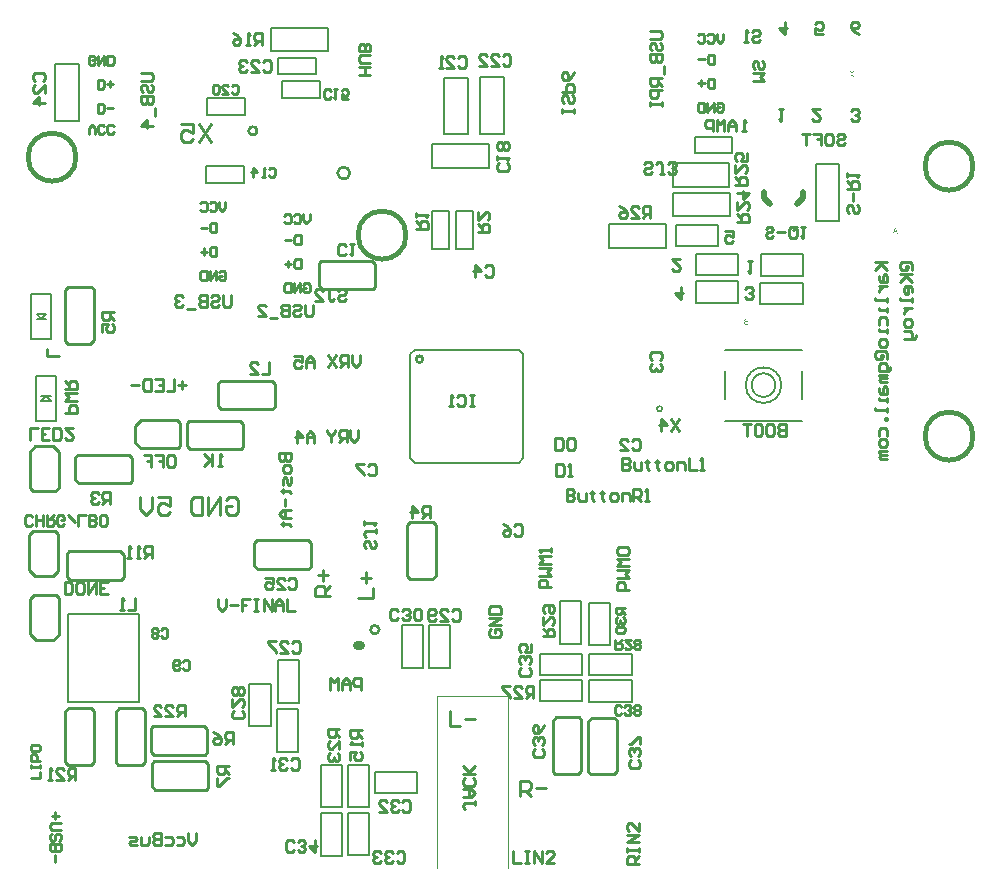
<source format=gbo>
G04 Layer_Color=32896*
%FSLAX44Y44*%
%MOMM*%
G71*
G01*
G75*
%ADD26C,0.2540*%
%ADD30C,0.4064*%
%ADD31C,0.8000*%
%ADD32C,0.5000*%
%ADD77C,0.1270*%
%ADD78C,0.2032*%
%ADD139C,0.1000*%
G36*
X995680Y621030D02*
X994989D01*
X994453Y622525D01*
X992373D01*
X991800Y621030D01*
X991055D01*
X993081Y625977D01*
X993788D01*
X995680Y621030D01*
D02*
G37*
G36*
X869000Y543999D02*
X867119D01*
X866947Y544005D01*
X866792Y544010D01*
X866658Y544026D01*
X866594Y544032D01*
X866540Y544042D01*
X866492Y544048D01*
X866449Y544053D01*
X866411Y544064D01*
X866379Y544069D01*
X866352Y544075D01*
X866336D01*
X866326Y544080D01*
X866320D01*
X866202Y544112D01*
X866095Y544150D01*
X866004Y544192D01*
X865929Y544230D01*
X865865Y544267D01*
X865817Y544294D01*
X865790Y544316D01*
X865779Y544321D01*
X865699Y544391D01*
X865629Y544466D01*
X865565Y544541D01*
X865516Y544616D01*
X865474Y544680D01*
X865441Y544734D01*
X865431Y544755D01*
X865420Y544771D01*
X865415Y544776D01*
Y544782D01*
X865366Y544894D01*
X865329Y545012D01*
X865302Y545120D01*
X865281Y545221D01*
X865270Y545307D01*
Y545339D01*
X865265Y545371D01*
Y545398D01*
Y545414D01*
Y545425D01*
Y545430D01*
Y545511D01*
X865275Y545586D01*
X865302Y545731D01*
X865345Y545859D01*
X865388Y545966D01*
X865409Y546015D01*
X865431Y546057D01*
X865452Y546095D01*
X865474Y546127D01*
X865490Y546148D01*
X865500Y546165D01*
X865506Y546175D01*
X865511Y546181D01*
X865608Y546293D01*
X865720Y546384D01*
X865833Y546465D01*
X865945Y546524D01*
X866042Y546572D01*
X866085Y546588D01*
X866122Y546604D01*
X866154Y546615D01*
X866176Y546626D01*
X866192Y546631D01*
X866197D01*
X866074Y546701D01*
X865972Y546776D01*
X865881Y546851D01*
X865811Y546920D01*
X865752Y546985D01*
X865715Y547033D01*
X865699Y547054D01*
X865688Y547070D01*
X865683Y547076D01*
Y547081D01*
X865624Y547188D01*
X865581Y547290D01*
X865549Y547392D01*
X865527Y547483D01*
X865516Y547563D01*
X865506Y547622D01*
Y547644D01*
Y547660D01*
Y547671D01*
Y547676D01*
X865516Y547805D01*
X865538Y547923D01*
X865570Y548035D01*
X865602Y548131D01*
X865640Y548212D01*
X865656Y548249D01*
X865672Y548276D01*
X865688Y548298D01*
X865693Y548314D01*
X865704Y548325D01*
Y548330D01*
X865784Y548437D01*
X865870Y548534D01*
X865956Y548614D01*
X866042Y548678D01*
X866122Y548726D01*
X866181Y548764D01*
X866208Y548775D01*
X866224Y548785D01*
X866235Y548791D01*
X866240D01*
X866379Y548844D01*
X866524Y548882D01*
X866679Y548909D01*
X866819Y548925D01*
X866888Y548935D01*
X866947Y548941D01*
X867006D01*
X867055Y548946D01*
X869000D01*
Y543999D01*
D02*
G37*
G36*
X957092Y756561D02*
X959005Y753999D01*
X958217D01*
X956963Y755714D01*
X956931Y755757D01*
X956899Y755810D01*
X956819Y755923D01*
X956781Y755977D01*
X956754Y756020D01*
X956733Y756052D01*
X956728Y756057D01*
Y756062D01*
X956652Y755950D01*
X956620Y755902D01*
X956588Y755859D01*
X956561Y755816D01*
X956540Y755789D01*
X956529Y755768D01*
X956524Y755762D01*
X955270Y753999D01*
X954471D01*
X956326Y756593D01*
X954605Y758946D01*
X955318D01*
X956304Y757627D01*
X956385Y757520D01*
X956465Y757418D01*
X956529Y757322D01*
X956588Y757236D01*
X956636Y757166D01*
X956668Y757118D01*
X956685Y757097D01*
X956695Y757081D01*
X956701Y757075D01*
Y757070D01*
X956749Y757156D01*
X956813Y757258D01*
X956878Y757354D01*
X956942Y757456D01*
X957001Y757542D01*
X957028Y757579D01*
X957049Y757611D01*
X957070Y757638D01*
X957087Y757660D01*
X957092Y757670D01*
X957097Y757675D01*
X958003Y758946D01*
X958780D01*
X957092Y756561D01*
D02*
G37*
%LPC*%
G36*
X993450Y625462D02*
X993402Y625301D01*
X993343Y625130D01*
X993284Y624958D01*
X993231Y624792D01*
X993204Y624717D01*
X993177Y624648D01*
X993156Y624583D01*
X993134Y624535D01*
X993118Y624487D01*
X993108Y624455D01*
X993097Y624433D01*
Y624428D01*
X992577Y623056D01*
X994265D01*
X993718Y624508D01*
X993660Y624685D01*
X993606Y624857D01*
X993558Y625017D01*
X993536Y625092D01*
X993520Y625162D01*
X993504Y625226D01*
X993488Y625285D01*
X993477Y625334D01*
X993467Y625382D01*
X993461Y625414D01*
X993456Y625441D01*
X993450Y625457D01*
Y625462D01*
D02*
G37*
G36*
X868346Y546283D02*
X867205D01*
X867038Y546277D01*
X866894Y546272D01*
X866830Y546261D01*
X866770Y546256D01*
X866717Y546250D01*
X866663Y546240D01*
X866620Y546234D01*
X866583Y546224D01*
X866556Y546218D01*
X866529Y546213D01*
X866508Y546208D01*
X866492Y546202D01*
X866487Y546197D01*
X866481D01*
X866390Y546159D01*
X866315Y546116D01*
X866245Y546073D01*
X866186Y546025D01*
X866143Y545982D01*
X866111Y545945D01*
X866090Y545923D01*
X866085Y545913D01*
X866036Y545832D01*
X865999Y545752D01*
X865977Y545672D01*
X865956Y545597D01*
X865945Y545527D01*
X865940Y545479D01*
Y545457D01*
Y545441D01*
Y545436D01*
Y545430D01*
X865945Y545345D01*
X865956Y545264D01*
X865972Y545195D01*
X865988Y545136D01*
X866010Y545082D01*
X866026Y545045D01*
X866036Y545023D01*
X866042Y545012D01*
X866079Y544948D01*
X866122Y544894D01*
X866165Y544846D01*
X866202Y544809D01*
X866240Y544776D01*
X866267Y544755D01*
X866288Y544744D01*
X866293Y544739D01*
X866352Y544707D01*
X866417Y544680D01*
X866476Y544653D01*
X866535Y544637D01*
X866588Y544621D01*
X866631Y544610D01*
X866658Y544605D01*
X866669D01*
X866722Y544600D01*
X866792Y544594D01*
X866867Y544589D01*
X866937D01*
X867006Y544584D01*
X868346D01*
Y546283D01*
D02*
G37*
G36*
Y548362D02*
X867264D01*
X867172Y548357D01*
X867092D01*
X867017Y548351D01*
X866947Y548346D01*
X866888Y548340D01*
X866830Y548335D01*
X866781Y548330D01*
X866744Y548319D01*
X866706Y548314D01*
X866674Y548308D01*
X866653Y548303D01*
X866631Y548298D01*
X866620D01*
X866610Y548292D01*
X866529Y548260D01*
X866465Y548223D01*
X866406Y548180D01*
X866358Y548137D01*
X866320Y548099D01*
X866293Y548067D01*
X866277Y548046D01*
X866272Y548035D01*
X866229Y547965D01*
X866202Y547890D01*
X866181Y547815D01*
X866165Y547746D01*
X866154Y547687D01*
X866149Y547644D01*
Y547612D01*
Y547606D01*
Y547601D01*
X866154Y547505D01*
X866170Y547424D01*
X866192Y547349D01*
X866213Y547285D01*
X866235Y547237D01*
X866256Y547199D01*
X866272Y547178D01*
X866277Y547167D01*
X866331Y547108D01*
X866390Y547054D01*
X866454Y547011D01*
X866513Y546979D01*
X866567Y546952D01*
X866610Y546936D01*
X866642Y546926D01*
X866647Y546920D01*
X866653D01*
X866690Y546910D01*
X866733Y546904D01*
X866830Y546888D01*
X866937Y546877D01*
X867038Y546872D01*
X867130D01*
X867172Y546867D01*
X868346D01*
Y548362D01*
D02*
G37*
%LPD*%
D26*
X531450Y672300D02*
G03*
X531450Y672300I-5080J0D01*
G01*
X593327Y514750D02*
G03*
X593327Y514750I-2827J0D01*
G01*
X556302Y285700D02*
G03*
X556302Y285700I-3592J0D01*
G01*
X453042Y708000D02*
G03*
X453042Y708000I-3592J0D01*
G01*
X393250Y460500D02*
X395500Y462750D01*
X433250D01*
X393250Y441500D02*
X396250Y438500D01*
X393250Y441500D02*
Y460500D01*
X396250Y438500D02*
X435250D01*
X441250Y440500D02*
Y460250D01*
X432000Y462750D02*
X438750D01*
X441250Y460250D01*
X435250Y438500D02*
X439250D01*
X441250Y440500D01*
X505250Y596250D02*
X507250Y598250D01*
X511250D01*
X505250Y576500D02*
X507750Y574000D01*
X514500D01*
X505250Y576500D02*
Y596250D01*
X511250Y598250D02*
X550250D01*
X553250Y576250D02*
Y595250D01*
X550250Y598250D02*
X553250Y595250D01*
X513250Y574000D02*
X551000D01*
X553250Y576250D01*
X260250Y336250D02*
X265250Y331250D01*
X280000D01*
X260250Y336250D02*
X260250Y336250D01*
X260250Y336250D02*
Y366250D01*
X280000Y331250D02*
X284500Y335750D01*
Y367000D01*
X263250Y369250D02*
X282250D01*
X260250Y366250D02*
X263250Y369250D01*
X282250D02*
X284500Y367000D01*
X260750Y282000D02*
X265750Y277000D01*
X280500D01*
X260750Y282000D02*
X260750Y282000D01*
X260750Y282000D02*
Y312000D01*
X280500Y277000D02*
X285000Y281500D01*
Y312750D01*
X263750Y315000D02*
X282750D01*
X260750Y312000D02*
X263750Y315000D01*
X282750D02*
X285000Y312750D01*
X420250Y494500D02*
X422250Y496500D01*
X426250D01*
X420250Y474750D02*
X422750Y472250D01*
X429500D01*
X420250Y474750D02*
Y494500D01*
X426250Y496500D02*
X465250D01*
X468250Y474500D02*
Y493500D01*
X465250Y496500D02*
X468250Y493500D01*
X428250Y472250D02*
X466000D01*
X468250Y474500D01*
X350000Y458500D02*
X355000Y463500D01*
X350000Y443750D02*
Y458500D01*
X355000Y463500D02*
X355000Y463500D01*
X385000D01*
X350000Y443750D02*
X354500Y439250D01*
X385750D01*
X388000Y441500D02*
Y460500D01*
X385000Y463500D02*
X388000Y460500D01*
X385750Y439250D02*
X388000Y441500D01*
X280000Y441000D02*
X285000Y436000D01*
X265250Y441000D02*
X280000D01*
X285000Y436000D02*
X285000Y436000D01*
Y406000D02*
Y436000D01*
X260750Y436500D02*
X265250Y441000D01*
X260750Y405250D02*
Y436500D01*
X263000Y403000D02*
X282000D01*
X285000Y406000D01*
X260750Y405250D02*
X263000Y403000D01*
X345250Y409500D02*
X347250Y411500D01*
X341250Y409500D02*
X345250D01*
X344750Y433750D02*
X347250Y431250D01*
X338000Y433750D02*
X344750D01*
X347250Y411500D02*
Y431250D01*
X302250Y409500D02*
X341250D01*
X299250Y412500D02*
Y431500D01*
Y412500D02*
X302250Y409500D01*
X301500Y433750D02*
X339250D01*
X299250Y431500D02*
X301500Y433750D01*
X602250Y376500D02*
X604250Y374500D01*
Y370500D02*
Y374500D01*
X580000Y374000D02*
X582500Y376500D01*
X580000Y367250D02*
Y374000D01*
X582500Y376500D02*
X602250D01*
X604250Y331500D02*
Y370500D01*
X582250Y328500D02*
X601250D01*
X604250Y331500D01*
X580000Y330750D02*
Y368500D01*
Y330750D02*
X582250Y328500D01*
X312500Y575750D02*
X314500Y573750D01*
Y569750D02*
Y573750D01*
X290250Y573250D02*
X292750Y575750D01*
X290250Y566500D02*
Y573250D01*
X292750Y575750D02*
X312500D01*
X314500Y530750D02*
Y569750D01*
X292500Y527750D02*
X311500D01*
X314500Y530750D01*
X290250Y530000D02*
Y567750D01*
Y530000D02*
X292500Y527750D01*
X363000Y202250D02*
X365000Y204250D01*
X369000D01*
X363000Y182500D02*
X365500Y180000D01*
X372250D01*
X363000Y182500D02*
Y202250D01*
X369000Y204250D02*
X408000D01*
X411000Y182250D02*
Y201250D01*
X408000Y204250D02*
X411000Y201250D01*
X371000Y180000D02*
X408750D01*
X411000Y182250D01*
X409750Y150000D02*
X411750Y152000D01*
X405750Y150000D02*
X409750D01*
X409250Y174250D02*
X411750Y171750D01*
X402500Y174250D02*
X409250D01*
X411750Y152000D02*
Y171750D01*
X366750Y150000D02*
X405750D01*
X363750Y153000D02*
Y172000D01*
Y153000D02*
X366750Y150000D01*
X366000Y174250D02*
X403750D01*
X363750Y172000D02*
X366000Y174250D01*
X292000Y350000D02*
X294000Y352000D01*
X298000D01*
X292000Y330250D02*
X294500Y327750D01*
X301250D01*
X292000Y330250D02*
Y350000D01*
X298000Y352000D02*
X337000D01*
X340000Y330000D02*
Y349000D01*
X337000Y352000D02*
X340000Y349000D01*
X300000Y327750D02*
X337750D01*
X340000Y330000D01*
X290750Y173500D02*
X292750Y171500D01*
X290750Y173500D02*
Y177500D01*
X312500Y171500D02*
X315000Y174000D01*
Y180750D01*
X292750Y171500D02*
X312500D01*
X290750Y177500D02*
Y216500D01*
X293750Y219500D02*
X312750D01*
X290750Y216500D02*
X293750Y219500D01*
X315000Y179500D02*
Y217250D01*
X312750Y219500D02*
X315000Y217250D01*
X333500Y173250D02*
X335500Y171250D01*
X333500Y173250D02*
Y177250D01*
X355250Y171250D02*
X357750Y173750D01*
Y180500D01*
X335500Y171250D02*
X355250D01*
X333500Y177250D02*
Y216250D01*
X336500Y219250D02*
X355500D01*
X333500Y216250D02*
X336500Y219250D01*
X357750Y179250D02*
Y217000D01*
X355500Y219250D02*
X357750Y217000D01*
X496500Y337000D02*
X498500Y339000D01*
X492500Y337000D02*
X496500D01*
X496000Y361250D02*
X498500Y358750D01*
X489250Y361250D02*
X496000D01*
X498500Y339000D02*
Y358750D01*
X453500Y337000D02*
X492500D01*
X450500Y340000D02*
Y359000D01*
Y340000D02*
X453500Y337000D01*
X452750Y361250D02*
X490500D01*
X450500Y359000D02*
X452750Y361250D01*
X703250Y165500D02*
X705250Y163500D01*
X703250Y165500D02*
Y169500D01*
X725000Y163500D02*
X727500Y166000D01*
Y172750D01*
X705250Y163500D02*
X725000D01*
X703250Y169500D02*
Y208500D01*
X706250Y211500D02*
X725250D01*
X703250Y208500D02*
X706250Y211500D01*
X727500Y171500D02*
Y209250D01*
X725250Y211500D02*
X727500Y209250D01*
X733500Y165250D02*
X735500Y163250D01*
X733500Y165250D02*
Y169250D01*
X755250Y163250D02*
X757750Y165750D01*
Y172500D01*
X735500Y163250D02*
X755250D01*
X733500Y169250D02*
Y208250D01*
X736500Y211250D02*
X755500D01*
X733500Y208250D02*
X736500Y211250D01*
X757750Y171250D02*
Y209000D01*
X755500Y211250D02*
X757750Y209000D01*
X975957Y596710D02*
X985953D01*
X982621D01*
X975957Y590046D01*
X980955Y595044D01*
X985953Y590046D01*
X979289Y585047D02*
Y581715D01*
X980955Y580049D01*
X985953D01*
Y585047D01*
X984287Y586713D01*
X982621Y585047D01*
Y580049D01*
X979289Y576716D02*
X985953D01*
X982621D01*
X980955Y575050D01*
X979289Y573384D01*
Y571718D01*
X985953Y566720D02*
Y563387D01*
Y565053D01*
X975957D01*
Y566720D01*
X985953Y558389D02*
Y555057D01*
Y556723D01*
X979289D01*
Y558389D01*
Y543394D02*
Y548392D01*
X980955Y550058D01*
X984287D01*
X985953Y548392D01*
Y543394D01*
Y540062D02*
Y536729D01*
Y538396D01*
X979289D01*
Y540062D01*
X985953Y530065D02*
Y526733D01*
X984287Y525066D01*
X980955D01*
X979289Y526733D01*
Y530065D01*
X980955Y531731D01*
X984287D01*
X985953Y530065D01*
X982621Y516736D02*
X980955D01*
Y518402D01*
X982621D01*
Y516736D01*
X980955Y515070D01*
X977623D01*
X975957Y516736D01*
Y520068D01*
X977623Y521734D01*
X984287D01*
X985953Y520068D01*
Y515070D01*
X989286Y508405D02*
Y506739D01*
X987619Y505073D01*
X979289D01*
Y510071D01*
X980955Y511737D01*
X984287D01*
X985953Y510071D01*
Y505073D01*
Y501741D02*
X979289D01*
Y500075D01*
X980955Y498408D01*
X985953D01*
X980955D01*
X979289Y496742D01*
X980955Y495076D01*
X985953D01*
X979289Y490078D02*
Y486745D01*
X980955Y485079D01*
X985953D01*
Y490078D01*
X984287Y491744D01*
X982621Y490078D01*
Y485079D01*
X985953Y481747D02*
Y478415D01*
Y480081D01*
X979289D01*
Y481747D01*
X985953Y473416D02*
Y470084D01*
Y471750D01*
X975957D01*
Y473416D01*
X985953Y465086D02*
X984287D01*
Y463420D01*
X985953D01*
Y465086D01*
X979289Y450091D02*
Y455089D01*
X980955Y456755D01*
X984287D01*
X985953Y455089D01*
Y450091D01*
Y445092D02*
Y441760D01*
X984287Y440094D01*
X980955D01*
X979289Y441760D01*
Y445092D01*
X980955Y446758D01*
X984287D01*
X985953Y445092D01*
Y436762D02*
X979289D01*
Y435095D01*
X980955Y433429D01*
X985953D01*
X980955D01*
X979289Y431763D01*
X980955Y430097D01*
X985953D01*
X1004045Y591712D02*
X1002379D01*
Y593378D01*
X1004045D01*
Y591712D01*
X1002379Y590046D01*
X999047D01*
X997381Y591712D01*
Y595044D01*
X999047Y596710D01*
X1005712D01*
X1007378Y595044D01*
Y590046D01*
X997381Y586713D02*
X1007378D01*
X1004045D01*
X997381Y580049D01*
X1002379Y585047D01*
X1007378Y580049D01*
Y571718D02*
Y575050D01*
X1005712Y576716D01*
X1002379D01*
X1000713Y575050D01*
Y571718D01*
X1002379Y570052D01*
X1004045D01*
Y576716D01*
X1007378Y566720D02*
Y563387D01*
Y565053D01*
X997381D01*
Y566720D01*
X1000713Y558389D02*
X1007378D01*
X1004045D01*
X1002379Y556723D01*
X1000713Y555057D01*
Y553391D01*
X1007378Y546726D02*
Y543394D01*
X1005712Y541728D01*
X1002379D01*
X1000713Y543394D01*
Y546726D01*
X1002379Y548392D01*
X1005712D01*
X1007378Y546726D01*
X1000713Y538396D02*
X1005712D01*
X1007378Y536729D01*
Y531731D01*
X1009044D01*
X1010710Y533397D01*
Y535063D01*
X1007378Y531731D02*
X1000713D01*
X401500Y113497D02*
Y106832D01*
X398168Y103500D01*
X394836Y106832D01*
Y113497D01*
X384839Y110164D02*
X389837D01*
X391503Y108498D01*
Y105166D01*
X389837Y103500D01*
X384839D01*
X374842Y110164D02*
X379840D01*
X381507Y108498D01*
Y105166D01*
X379840Y103500D01*
X374842D01*
X371510Y113497D02*
Y103500D01*
X366511D01*
X364845Y105166D01*
Y106832D01*
X366511Y108498D01*
X371510D01*
X366511D01*
X364845Y110164D01*
Y111831D01*
X366511Y113497D01*
X371510D01*
X361513Y110164D02*
Y105166D01*
X359847Y103500D01*
X354848D01*
Y110164D01*
X351516Y103500D02*
X346518D01*
X344852Y105166D01*
X346518Y106832D01*
X349850D01*
X351516Y108498D01*
X349850Y110164D01*
X344852D01*
X393000Y492748D02*
X386335D01*
X389668Y496081D02*
Y489416D01*
X383003Y497747D02*
Y487750D01*
X376339D01*
X366342Y497747D02*
X373006D01*
Y487750D01*
X366342D01*
X373006Y492748D02*
X369674D01*
X363010Y497747D02*
Y487750D01*
X358011D01*
X356345Y489416D01*
Y496081D01*
X358011Y497747D01*
X363010D01*
X353013Y492748D02*
X346348D01*
X423250Y424500D02*
X419918D01*
X421584D01*
Y434497D01*
X423250Y432831D01*
X414919Y434497D02*
Y424500D01*
Y427832D01*
X408255Y434497D01*
X413253Y429498D01*
X408255Y424500D01*
X414000Y713985D02*
X403843Y698750D01*
Y713985D02*
X414000Y698750D01*
X388608Y713985D02*
X398765D01*
Y706367D01*
X393687Y708907D01*
X391147D01*
X388608Y706367D01*
Y701289D01*
X391147Y698750D01*
X396226D01*
X398765Y701289D01*
X785753Y792750D02*
X794084D01*
X795750Y791084D01*
Y787752D01*
X794084Y786086D01*
X785753D01*
X787419Y776089D02*
X785753Y777755D01*
Y781087D01*
X787419Y782753D01*
X789085D01*
X790752Y781087D01*
Y777755D01*
X792418Y776089D01*
X794084D01*
X795750Y777755D01*
Y781087D01*
X794084Y782753D01*
X785753Y772756D02*
X795750D01*
Y767758D01*
X794084Y766092D01*
X792418D01*
X790752Y767758D01*
Y772756D01*
Y767758D01*
X789085Y766092D01*
X787419D01*
X785753Y767758D01*
Y772756D01*
X797416Y762760D02*
Y756095D01*
X795750Y752763D02*
X785753D01*
Y747765D01*
X787419Y746098D01*
X790752D01*
X792418Y747765D01*
Y752763D01*
Y749431D02*
X795750Y746098D01*
Y742766D02*
X785753D01*
Y737768D01*
X787419Y736102D01*
X790752D01*
X792418Y737768D01*
Y742766D01*
X785753Y732769D02*
Y729437D01*
Y731103D01*
X795750D01*
Y732769D01*
Y729437D01*
X355003Y757250D02*
X363334D01*
X365000Y755584D01*
Y752252D01*
X363334Y750585D01*
X355003D01*
X356669Y740589D02*
X355003Y742255D01*
Y745587D01*
X356669Y747253D01*
X358335D01*
X360002Y745587D01*
Y742255D01*
X361668Y740589D01*
X363334D01*
X365000Y742255D01*
Y745587D01*
X363334Y747253D01*
X355003Y737256D02*
X365000D01*
Y732258D01*
X363334Y730592D01*
X361668D01*
X360002Y732258D01*
Y737256D01*
Y732258D01*
X358335Y730592D01*
X356669D01*
X355003Y732258D01*
Y737256D01*
X366666Y727260D02*
Y720595D01*
X365000Y712264D02*
X355003D01*
X360002Y717263D01*
Y710598D01*
X430500Y569247D02*
Y560916D01*
X428834Y559250D01*
X425502D01*
X423835Y560916D01*
Y569247D01*
X413839Y567581D02*
X415505Y569247D01*
X418837D01*
X420503Y567581D01*
Y565914D01*
X418837Y564248D01*
X415505D01*
X413839Y562582D01*
Y560916D01*
X415505Y559250D01*
X418837D01*
X420503Y560916D01*
X410506Y569247D02*
Y559250D01*
X405508D01*
X403842Y560916D01*
Y562582D01*
X405508Y564248D01*
X410506D01*
X405508D01*
X403842Y565914D01*
Y567581D01*
X405508Y569247D01*
X410506D01*
X400510Y557584D02*
X393845D01*
X390513Y567581D02*
X388847Y569247D01*
X385514D01*
X383848Y567581D01*
Y565914D01*
X385514Y564248D01*
X387181D01*
X385514D01*
X383848Y562582D01*
Y560916D01*
X385514Y559250D01*
X388847D01*
X390513Y560916D01*
X500250Y560997D02*
Y552666D01*
X498584Y551000D01*
X495252D01*
X493586Y552666D01*
Y560997D01*
X483589Y559331D02*
X485255Y560997D01*
X488587D01*
X490253Y559331D01*
Y557664D01*
X488587Y555998D01*
X485255D01*
X483589Y554332D01*
Y552666D01*
X485255Y551000D01*
X488587D01*
X490253Y552666D01*
X480256Y560997D02*
Y551000D01*
X475258D01*
X473592Y552666D01*
Y554332D01*
X475258Y555998D01*
X480256D01*
X475258D01*
X473592Y557664D01*
Y559331D01*
X475258Y560997D01*
X480256D01*
X470260Y549334D02*
X463595D01*
X453598Y551000D02*
X460263D01*
X453598Y557664D01*
Y559331D01*
X455265Y560997D01*
X458597D01*
X460263Y559331D01*
X522750Y201500D02*
X512753D01*
Y196502D01*
X514419Y194835D01*
X517752D01*
X519418Y196502D01*
Y201500D01*
Y198168D02*
X522750Y194835D01*
Y184839D02*
Y191503D01*
X516086Y184839D01*
X514419D01*
X512753Y186505D01*
Y189837D01*
X514419Y191503D01*
Y181506D02*
X512753Y179840D01*
Y176508D01*
X514419Y174842D01*
X516086D01*
X517752Y176508D01*
Y178174D01*
Y176508D01*
X519418Y174842D01*
X521084D01*
X522750Y176508D01*
Y179840D01*
X521084Y181506D01*
X541500Y200500D02*
X531503D01*
Y195502D01*
X533169Y193836D01*
X536502D01*
X538168Y195502D01*
Y200500D01*
Y197168D02*
X541500Y193836D01*
Y190503D02*
Y187171D01*
Y188837D01*
X531503D01*
X533169Y190503D01*
X531503Y175508D02*
Y182173D01*
X536502D01*
X534836Y178840D01*
Y177174D01*
X536502Y175508D01*
X539834D01*
X541500Y177174D01*
Y180506D01*
X539834Y182173D01*
X541250Y234750D02*
Y244747D01*
X536252D01*
X534585Y243081D01*
Y239748D01*
X536252Y238082D01*
X541250D01*
X531253Y234750D02*
Y241415D01*
X527921Y244747D01*
X524589Y241415D01*
Y234750D01*
Y239748D01*
X531253D01*
X521256Y234750D02*
Y244747D01*
X517924Y241415D01*
X514592Y244747D01*
Y234750D01*
X483914Y99169D02*
X482248Y97503D01*
X478916D01*
X477250Y99169D01*
Y105834D01*
X478916Y107500D01*
X482248D01*
X483914Y105834D01*
X487247Y99169D02*
X488913Y97503D01*
X492245D01*
X493911Y99169D01*
Y100836D01*
X492245Y102502D01*
X490579D01*
X492245D01*
X493911Y104168D01*
Y105834D01*
X492245Y107500D01*
X488913D01*
X487247Y105834D01*
X502242Y107500D02*
Y97503D01*
X497244Y102502D01*
X503908D01*
X571086Y96831D02*
X572752Y98497D01*
X576084D01*
X577750Y96831D01*
Y90166D01*
X576084Y88500D01*
X572752D01*
X571086Y90166D01*
X567753Y96831D02*
X566087Y98497D01*
X562755D01*
X561089Y96831D01*
Y95164D01*
X562755Y93498D01*
X564421D01*
X562755D01*
X561089Y91832D01*
Y90166D01*
X562755Y88500D01*
X566087D01*
X567753Y90166D01*
X557756Y96831D02*
X556090Y98497D01*
X552758D01*
X551092Y96831D01*
Y95164D01*
X552758Y93498D01*
X554424D01*
X552758D01*
X551092Y91832D01*
Y90166D01*
X552758Y88500D01*
X556090D01*
X557756Y90166D01*
X576086Y140081D02*
X577752Y141747D01*
X581084D01*
X582750Y140081D01*
Y133416D01*
X581084Y131750D01*
X577752D01*
X576086Y133416D01*
X572753Y140081D02*
X571087Y141747D01*
X567755D01*
X566089Y140081D01*
Y138414D01*
X567755Y136748D01*
X569421D01*
X567755D01*
X566089Y135082D01*
Y133416D01*
X567755Y131750D01*
X571087D01*
X572753Y133416D01*
X556092Y131750D02*
X562756D01*
X556092Y138414D01*
Y140081D01*
X557758Y141747D01*
X561090D01*
X562756Y140081D01*
X481586Y175081D02*
X483252Y176747D01*
X486584D01*
X488250Y175081D01*
Y168416D01*
X486584Y166750D01*
X483252D01*
X481586Y168416D01*
X478253Y175081D02*
X476587Y176747D01*
X473255D01*
X471589Y175081D01*
Y173414D01*
X473255Y171748D01*
X474921D01*
X473255D01*
X471589Y170082D01*
Y168416D01*
X473255Y166750D01*
X476587D01*
X478253Y168416D01*
X468256Y166750D02*
X464924D01*
X466590D01*
Y176747D01*
X468256Y175081D01*
X572184Y295210D02*
X570518Y293543D01*
X567186D01*
X565520Y295210D01*
Y301874D01*
X567186Y303540D01*
X570518D01*
X572184Y301874D01*
X575517Y295210D02*
X577183Y293543D01*
X580515D01*
X582181Y295210D01*
Y296876D01*
X580515Y298542D01*
X578849D01*
X580515D01*
X582181Y300208D01*
Y301874D01*
X580515Y303540D01*
X577183D01*
X575517Y301874D01*
X585513Y295210D02*
X587180Y293543D01*
X590512D01*
X592178Y295210D01*
Y301874D01*
X590512Y303540D01*
X587180D01*
X585513Y301874D01*
Y295210D01*
X617855Y301621D02*
X619522Y303287D01*
X622854D01*
X624520Y301621D01*
Y294956D01*
X622854Y293290D01*
X619522D01*
X617855Y294956D01*
X607859Y293290D02*
X614523D01*
X607859Y299955D01*
Y301621D01*
X609525Y303287D01*
X612857D01*
X614523Y301621D01*
X604526Y294956D02*
X602860Y293290D01*
X599528D01*
X597862Y294956D01*
Y301621D01*
X599528Y303287D01*
X602860D01*
X604526Y301621D01*
Y299955D01*
X602860Y298289D01*
X597862D01*
X439831Y217164D02*
X441497Y215498D01*
Y212166D01*
X439831Y210500D01*
X433166D01*
X431500Y212166D01*
Y215498D01*
X433166Y217164D01*
X431500Y227161D02*
Y220497D01*
X438164Y227161D01*
X439831D01*
X441497Y225495D01*
Y222163D01*
X439831Y220497D01*
Y230494D02*
X441497Y232160D01*
Y235492D01*
X439831Y237158D01*
X438164D01*
X436498Y235492D01*
X434832Y237158D01*
X433166D01*
X431500Y235492D01*
Y232160D01*
X433166Y230494D01*
X434832D01*
X436498Y232160D01*
X438164Y230494D01*
X439831D01*
X436498Y232160D02*
Y235492D01*
X482585Y274581D02*
X484252Y276247D01*
X487584D01*
X489250Y274581D01*
Y267916D01*
X487584Y266250D01*
X484252D01*
X482585Y267916D01*
X472589Y266250D02*
X479253D01*
X472589Y272915D01*
Y274581D01*
X474255Y276247D01*
X477587D01*
X479253Y274581D01*
X469256Y276247D02*
X462592D01*
Y274581D01*
X469256Y267916D01*
Y266250D01*
X787664Y673419D02*
X785998Y671753D01*
X782666D01*
X781000Y673419D01*
Y675086D01*
X782666Y676752D01*
X785998D01*
X787664Y678418D01*
Y680084D01*
X785998Y681750D01*
X782666D01*
X781000Y680084D01*
X797661Y671753D02*
X794329D01*
X795995D01*
Y680084D01*
X794329Y681750D01*
X792663D01*
X790997Y680084D01*
X800994Y673419D02*
X802660Y671753D01*
X805992D01*
X807658Y673419D01*
Y675086D01*
X805992Y676752D01*
X804326D01*
X805992D01*
X807658Y678418D01*
Y680084D01*
X805992Y681750D01*
X802660D01*
X800994Y680084D01*
X960831Y645415D02*
X962497Y643748D01*
Y640416D01*
X960831Y638750D01*
X959165D01*
X957498Y640416D01*
Y643748D01*
X955832Y645415D01*
X954166D01*
X952500Y643748D01*
Y640416D01*
X954166Y638750D01*
X957498Y648747D02*
Y655411D01*
X952500Y658744D02*
X962497D01*
Y663742D01*
X960831Y665408D01*
X957498D01*
X955832Y663742D01*
Y658744D01*
Y662076D02*
X952500Y665408D01*
Y668740D02*
Y672073D01*
Y670406D01*
X962497D01*
X960831Y668740D01*
X890164Y618669D02*
X888498Y617003D01*
X885166D01*
X883500Y618669D01*
Y620336D01*
X885166Y622002D01*
X888498D01*
X890164Y623668D01*
Y625334D01*
X888498Y627000D01*
X885166D01*
X883500Y625334D01*
X893497Y622002D02*
X900161D01*
X910158Y625334D02*
Y618669D01*
X908492Y617003D01*
X905160D01*
X903493Y618669D01*
Y625334D01*
X905160Y627000D01*
X908492D01*
X906826Y623668D02*
X910158Y627000D01*
X908492D02*
X910158Y625334D01*
X913490Y627000D02*
X916823D01*
X915156D01*
Y617003D01*
X913490Y618669D01*
X871835Y791831D02*
X873502Y793497D01*
X876834D01*
X878500Y791831D01*
Y790164D01*
X876834Y788498D01*
X873502D01*
X871835Y786832D01*
Y785166D01*
X873502Y783500D01*
X876834D01*
X878500Y785166D01*
X868503Y783500D02*
X865171D01*
X866837D01*
Y793497D01*
X868503Y791831D01*
X786000Y634000D02*
Y643997D01*
X781002D01*
X779335Y642331D01*
Y638998D01*
X781002Y637332D01*
X786000D01*
X782668D02*
X779335Y634000D01*
X769339D02*
X776003D01*
X769339Y640665D01*
Y642331D01*
X771005Y643997D01*
X774337D01*
X776003Y642331D01*
X759342Y643997D02*
X762674Y642331D01*
X766006Y638998D01*
Y635666D01*
X764340Y634000D01*
X761008D01*
X759342Y635666D01*
Y637332D01*
X761008Y638998D01*
X766006D01*
X858000Y662500D02*
X867997D01*
Y667498D01*
X866331Y669165D01*
X862998D01*
X861332Y667498D01*
Y662500D01*
Y665832D02*
X858000Y669165D01*
Y679161D02*
Y672497D01*
X864665Y679161D01*
X866331D01*
X867997Y677495D01*
Y674163D01*
X866331Y672497D01*
X867997Y689158D02*
Y682494D01*
X862998D01*
X864665Y685826D01*
Y687492D01*
X862998Y689158D01*
X859666D01*
X858000Y687492D01*
Y684160D01*
X859666Y682494D01*
X859500Y630750D02*
X869497D01*
Y635748D01*
X867831Y637415D01*
X864498D01*
X862832Y635748D01*
Y630750D01*
Y634082D02*
X859500Y637415D01*
Y647411D02*
Y640747D01*
X866164Y647411D01*
X867831D01*
X869497Y645745D01*
Y642413D01*
X867831Y640747D01*
X859500Y655742D02*
X869497D01*
X864498Y650744D01*
Y657408D01*
X457250Y780750D02*
Y790747D01*
X452252D01*
X450586Y789081D01*
Y785748D01*
X452252Y784082D01*
X457250D01*
X453918D02*
X450586Y780750D01*
X447253D02*
X443921D01*
X445587D01*
Y790747D01*
X447253Y789081D01*
X432258Y790747D02*
X435590Y789081D01*
X438923Y785748D01*
Y782416D01*
X437256Y780750D01*
X433924D01*
X432258Y782416D01*
Y784082D01*
X433924Y785748D01*
X438923D01*
X548997Y755250D02*
X539000D01*
X543998D01*
Y761915D01*
X548997D01*
X539000D01*
X548997Y765247D02*
X540666D01*
X539000Y766913D01*
Y770245D01*
X540666Y771911D01*
X548997D01*
Y775244D02*
X539000D01*
Y780242D01*
X540666Y781908D01*
X542332D01*
X543998Y780242D01*
Y775244D01*
Y780242D01*
X545664Y781908D01*
X547331D01*
X548997Y780242D01*
Y775244D01*
X265169Y750086D02*
X263503Y751752D01*
Y755084D01*
X265169Y756750D01*
X271834D01*
X273500Y755084D01*
Y751752D01*
X271834Y750086D01*
X273500Y740089D02*
Y746753D01*
X266835Y740089D01*
X265169D01*
X263503Y741755D01*
Y745087D01*
X265169Y746753D01*
X273500Y731758D02*
X263503D01*
X268502Y736756D01*
Y730092D01*
X458086Y766331D02*
X459752Y767997D01*
X463084D01*
X464750Y766331D01*
Y759666D01*
X463084Y758000D01*
X459752D01*
X458086Y759666D01*
X448089Y758000D02*
X454753D01*
X448089Y764665D01*
Y766331D01*
X449755Y767997D01*
X453087D01*
X454753Y766331D01*
X444756D02*
X443090Y767997D01*
X439758D01*
X438092Y766331D01*
Y764665D01*
X439758Y762998D01*
X441424D01*
X439758D01*
X438092Y761332D01*
Y759666D01*
X439758Y758000D01*
X443090D01*
X444756Y759666D01*
X660835Y771331D02*
X662502Y772997D01*
X665834D01*
X667500Y771331D01*
Y764666D01*
X665834Y763000D01*
X662502D01*
X660835Y764666D01*
X650839Y763000D02*
X657503D01*
X650839Y769665D01*
Y771331D01*
X652505Y772997D01*
X655837D01*
X657503Y771331D01*
X640842Y763000D02*
X647506D01*
X640842Y769665D01*
Y771331D01*
X642508Y772997D01*
X645840D01*
X647506Y771331D01*
X623344Y769970D02*
X625011Y771636D01*
X628343D01*
X630009Y769970D01*
Y763305D01*
X628343Y761639D01*
X625011D01*
X623344Y763305D01*
X613348Y761639D02*
X620012D01*
X613348Y768304D01*
Y769970D01*
X615014Y771636D01*
X618346D01*
X620012Y769970D01*
X610015Y761639D02*
X606683D01*
X608349D01*
Y771636D01*
X610015Y769970D01*
X431418Y745915D02*
X432751Y747247D01*
X435417D01*
X436750Y745915D01*
Y740583D01*
X435417Y739250D01*
X432751D01*
X431418Y740583D01*
X423421Y739250D02*
X428753D01*
X423421Y744582D01*
Y745915D01*
X424754Y747247D01*
X427420D01*
X428753Y745915D01*
X420755D02*
X419422Y747247D01*
X416756D01*
X415424Y745915D01*
Y740583D01*
X416756Y739250D01*
X419422D01*
X420755Y740583D01*
Y745915D01*
X664331Y680415D02*
X665997Y678748D01*
Y675416D01*
X664331Y673750D01*
X657666D01*
X656000Y675416D01*
Y678748D01*
X657666Y680415D01*
X656000Y683747D02*
Y687079D01*
Y685413D01*
X665997D01*
X664331Y683747D01*
Y692077D02*
X665997Y693744D01*
Y697076D01*
X664331Y698742D01*
X662664D01*
X660998Y697076D01*
X659332Y698742D01*
X657666D01*
X656000Y697076D01*
Y693744D01*
X657666Y692077D01*
X659332D01*
X660998Y693744D01*
X662664Y692077D01*
X664331D01*
X660998Y693744D02*
Y697076D01*
X515332Y736585D02*
X513999Y735253D01*
X511333D01*
X510000Y736585D01*
Y741917D01*
X511333Y743250D01*
X513999D01*
X515332Y741917D01*
X517997Y743250D02*
X520663D01*
X519330D01*
Y735253D01*
X517997Y736585D01*
X529994Y735253D02*
X524662D01*
Y739251D01*
X527328Y737918D01*
X528661D01*
X529994Y739251D01*
Y741917D01*
X528661Y743250D01*
X525995D01*
X524662Y741917D01*
X462668Y675665D02*
X464001Y676997D01*
X466667D01*
X468000Y675665D01*
Y670333D01*
X466667Y669000D01*
X464001D01*
X462668Y670333D01*
X460003Y669000D02*
X457337D01*
X458670D01*
Y676997D01*
X460003Y675665D01*
X449339Y669000D02*
Y676997D01*
X453338Y672999D01*
X448006D01*
X849335Y623247D02*
X856000D01*
Y618248D01*
X852668Y619915D01*
X851002D01*
X849335Y618248D01*
Y614916D01*
X851002Y613250D01*
X854334D01*
X856000Y614916D01*
X811748Y576000D02*
Y566003D01*
X806750Y571002D01*
X813415D01*
X866500Y567419D02*
X868166Y565753D01*
X871498D01*
X873165Y567419D01*
Y569086D01*
X871498Y570752D01*
X869832D01*
X871498D01*
X873165Y572418D01*
Y574084D01*
X871498Y575750D01*
X868166D01*
X866500Y574084D01*
X810915Y599250D02*
X804250D01*
X810915Y592585D01*
Y590919D01*
X809248Y589253D01*
X805916D01*
X804250Y590919D01*
X868750Y597750D02*
X872082D01*
X870416D01*
Y587753D01*
X868750Y589419D01*
X867000Y707500D02*
X863668D01*
X865334D01*
Y717497D01*
X867000Y715831D01*
X858669Y707500D02*
Y714165D01*
X855337Y717497D01*
X852005Y714165D01*
Y707500D01*
Y712498D01*
X858669D01*
X848673Y707500D02*
Y717497D01*
X845340Y714165D01*
X842008Y717497D01*
Y707500D01*
X838676D02*
Y717497D01*
X833677D01*
X832011Y715831D01*
Y712498D01*
X833677Y710832D01*
X838676D01*
X637000Y484747D02*
X633668D01*
X635334D01*
Y474750D01*
X637000D01*
X633668D01*
X622005Y483081D02*
X623671Y484747D01*
X627003D01*
X628669Y483081D01*
Y476416D01*
X627003Y474750D01*
X623671D01*
X622005Y476416D01*
X618673Y474750D02*
X615340D01*
X617006D01*
Y484747D01*
X618673Y483081D01*
X770335Y445831D02*
X772002Y447497D01*
X775334D01*
X777000Y445831D01*
Y439166D01*
X775334Y437500D01*
X772002D01*
X770335Y439166D01*
X760339Y437500D02*
X767003D01*
X760339Y444165D01*
Y445831D01*
X762005Y447497D01*
X765337D01*
X767003Y445831D01*
X350000Y312247D02*
Y302250D01*
X343335D01*
X340003D02*
X336671D01*
X338337D01*
Y312247D01*
X340003Y310581D01*
X261253Y160250D02*
X269250D01*
Y165582D01*
X261253Y168247D02*
Y170913D01*
Y169580D01*
X269250D01*
Y168247D01*
Y170913D01*
Y174912D02*
X261253D01*
Y178911D01*
X262586Y180244D01*
X265251D01*
X266584Y178911D01*
Y174912D01*
X261253Y186908D02*
Y184242D01*
X262586Y182909D01*
X267917D01*
X269250Y184242D01*
Y186908D01*
X267917Y188241D01*
X262586D01*
X261253Y186908D01*
X290750Y469250D02*
X300747D01*
Y474248D01*
X299081Y475914D01*
X295748D01*
X294082Y474248D01*
Y469250D01*
X300747Y479247D02*
X290750D01*
X294082Y482579D01*
X290750Y485911D01*
X300747D01*
X290750Y489244D02*
X300747D01*
Y494242D01*
X299081Y495908D01*
X295748D01*
X294082Y494242D01*
Y489244D01*
Y492576D02*
X290750Y495908D01*
X285247Y517000D02*
X275250D01*
Y523665D01*
X646086Y592581D02*
X647752Y594247D01*
X651084D01*
X652750Y592581D01*
Y585916D01*
X651084Y584250D01*
X647752D01*
X646086Y585916D01*
X637755Y584250D02*
Y594247D01*
X642753Y589248D01*
X636089D01*
X900800Y459567D02*
Y449570D01*
X895802D01*
X894136Y451236D01*
Y452902D01*
X895802Y454568D01*
X900800D01*
X895802D01*
X894136Y456235D01*
Y457901D01*
X895802Y459567D01*
X900800D01*
X885805D02*
X889137D01*
X890803Y457901D01*
Y451236D01*
X889137Y449570D01*
X885805D01*
X884139Y451236D01*
Y457901D01*
X885805Y459567D01*
X875808D02*
X879140D01*
X880806Y457901D01*
Y451236D01*
X879140Y449570D01*
X875808D01*
X874142Y451236D01*
Y457901D01*
X875808Y459567D01*
X870810D02*
X864145D01*
X867477D01*
Y449570D01*
X639750Y622705D02*
X649747D01*
Y627703D01*
X648081Y629369D01*
X644748D01*
X643082Y627703D01*
Y622705D01*
Y626037D02*
X639750Y629369D01*
Y639366D02*
Y632701D01*
X646414Y639366D01*
X648081D01*
X649747Y637700D01*
Y634367D01*
X648081Y632701D01*
X328750Y392000D02*
Y401997D01*
X323752D01*
X322085Y400331D01*
Y396998D01*
X323752Y395332D01*
X328750D01*
X325418D02*
X322085Y392000D01*
X318753Y400331D02*
X317087Y401997D01*
X313755D01*
X312089Y400331D01*
Y398665D01*
X313755Y396998D01*
X315421D01*
X313755D01*
X312089Y395332D01*
Y393666D01*
X313755Y392000D01*
X317087D01*
X318753Y393666D01*
X599000Y380250D02*
Y390247D01*
X594002D01*
X592336Y388581D01*
Y385248D01*
X594002Y383582D01*
X599000D01*
X595668D02*
X592336Y380250D01*
X584005D02*
Y390247D01*
X589003Y385248D01*
X582339D01*
X331750Y554750D02*
X321753D01*
Y549752D01*
X323419Y548086D01*
X326752D01*
X328418Y549752D01*
Y554750D01*
Y551418D02*
X331750Y548086D01*
X321753Y538089D02*
Y544753D01*
X326752D01*
X325085Y541421D01*
Y539755D01*
X326752Y538089D01*
X330084D01*
X331750Y539755D01*
Y543087D01*
X330084Y544753D01*
X787169Y514336D02*
X785503Y516002D01*
Y519334D01*
X787169Y521000D01*
X793834D01*
X795500Y519334D01*
Y516002D01*
X793834Y514336D01*
X787169Y511003D02*
X785503Y509337D01*
Y506005D01*
X787169Y504339D01*
X788836D01*
X790502Y506005D01*
Y507671D01*
Y506005D01*
X792168Y504339D01*
X793834D01*
X795500Y506005D01*
Y509337D01*
X793834Y511003D01*
X552081Y361165D02*
X553747Y359498D01*
Y356166D01*
X552081Y354500D01*
X550415D01*
X548748Y356166D01*
Y359498D01*
X547082Y361165D01*
X545416D01*
X543750Y359498D01*
Y356166D01*
X545416Y354500D01*
X553747Y371161D02*
Y367829D01*
Y369495D01*
X545416D01*
X543750Y367829D01*
Y366163D01*
X545416Y364497D01*
X543750Y374494D02*
Y377826D01*
Y376160D01*
X553747D01*
X552081Y374494D01*
X521836Y572581D02*
X523502Y574247D01*
X526834D01*
X528500Y572581D01*
Y570914D01*
X526834Y569248D01*
X523502D01*
X521836Y567582D01*
Y565916D01*
X523502Y564250D01*
X526834D01*
X528500Y565916D01*
X511839Y574247D02*
X515171D01*
X513505D01*
Y565916D01*
X515171Y564250D01*
X516837D01*
X518503Y565916D01*
X501842Y564250D02*
X508507D01*
X501842Y570914D01*
Y572581D01*
X503508Y574247D01*
X506840D01*
X508507Y572581D01*
X670835Y373581D02*
X672502Y375247D01*
X675834D01*
X677500Y373581D01*
Y366916D01*
X675834Y365250D01*
X672502D01*
X670835Y366916D01*
X660839Y375247D02*
X664171Y373581D01*
X667503Y370248D01*
Y366916D01*
X665837Y365250D01*
X662505D01*
X660839Y366916D01*
Y368582D01*
X662505Y370248D01*
X667503D01*
X546836Y424581D02*
X548502Y426247D01*
X551834D01*
X553500Y424581D01*
Y417916D01*
X551834Y416250D01*
X548502D01*
X546836Y417916D01*
X543503Y426247D02*
X536839D01*
Y424581D01*
X543503Y417916D01*
Y416250D01*
X761750Y430747D02*
Y420750D01*
X766748D01*
X768415Y422416D01*
Y424082D01*
X766748Y425748D01*
X761750D01*
X766748D01*
X768415Y427415D01*
Y429081D01*
X766748Y430747D01*
X761750D01*
X771747Y427415D02*
Y422416D01*
X773413Y420750D01*
X778411D01*
Y427415D01*
X783410Y429081D02*
Y427415D01*
X781743D01*
X785076D01*
X783410D01*
Y422416D01*
X785076Y420750D01*
X791740Y429081D02*
Y427415D01*
X790074D01*
X793406D01*
X791740D01*
Y422416D01*
X793406Y420750D01*
X800071D02*
X803403D01*
X805069Y422416D01*
Y425748D01*
X803403Y427415D01*
X800071D01*
X798405Y425748D01*
Y422416D01*
X800071Y420750D01*
X808402D02*
Y427415D01*
X813400D01*
X815066Y425748D01*
Y420750D01*
X818398Y430747D02*
Y420750D01*
X825063D01*
X828395D02*
X831727D01*
X830061D01*
Y430747D01*
X828395Y429081D01*
X715000Y404747D02*
Y394750D01*
X719998D01*
X721665Y396416D01*
Y398082D01*
X719998Y399748D01*
X715000D01*
X719998D01*
X721665Y401414D01*
Y403081D01*
X719998Y404747D01*
X715000D01*
X724997Y401414D02*
Y396416D01*
X726663Y394750D01*
X731661D01*
Y401414D01*
X736660Y403081D02*
Y401414D01*
X734994D01*
X738326D01*
X736660D01*
Y396416D01*
X738326Y394750D01*
X744990Y403081D02*
Y401414D01*
X743324D01*
X746656D01*
X744990D01*
Y396416D01*
X746656Y394750D01*
X753321D02*
X756653D01*
X758319Y396416D01*
Y399748D01*
X756653Y401414D01*
X753321D01*
X751655Y399748D01*
Y396416D01*
X753321Y394750D01*
X761652D02*
Y401414D01*
X766650D01*
X768316Y399748D01*
Y394750D01*
X771648D02*
Y404747D01*
X776647D01*
X778313Y403081D01*
Y399748D01*
X776647Y398082D01*
X771648D01*
X774981D02*
X778313Y394750D01*
X781645D02*
X784977D01*
X783311D01*
Y404747D01*
X781645Y403081D01*
X721497Y723000D02*
Y726332D01*
Y724666D01*
X711500D01*
Y723000D01*
Y726332D01*
X719831Y737995D02*
X721497Y736329D01*
Y732997D01*
X719831Y731331D01*
X718165D01*
X716498Y732997D01*
Y736329D01*
X714832Y737995D01*
X713166D01*
X711500Y736329D01*
Y732997D01*
X713166Y731331D01*
X711500Y741327D02*
X721497D01*
Y746326D01*
X719831Y747992D01*
X716498D01*
X714832Y746326D01*
Y741327D01*
X721497Y757989D02*
X719831Y754657D01*
X716498Y751324D01*
X713166D01*
X711500Y752990D01*
Y756323D01*
X713166Y757989D01*
X714832D01*
X716498Y756323D01*
Y751324D01*
X528414Y604169D02*
X526748Y602503D01*
X523416D01*
X521750Y604169D01*
Y610834D01*
X523416Y612500D01*
X526748D01*
X528414Y610834D01*
X531747Y612500D02*
X535079D01*
X533413D01*
Y602503D01*
X531747Y604169D01*
X810250Y463747D02*
X803586Y453750D01*
Y463747D02*
X810250Y453750D01*
X795255D02*
Y463747D01*
X800253Y458748D01*
X793589D01*
X463500Y512497D02*
Y502500D01*
X456836D01*
X446839D02*
X453503D01*
X446839Y509165D01*
Y510831D01*
X448505Y512497D01*
X451837D01*
X453503Y510831D01*
X371668Y285415D02*
X373001Y286747D01*
X375667D01*
X377000Y285415D01*
Y280083D01*
X375667Y278750D01*
X373001D01*
X371668Y280083D01*
X369003Y285415D02*
X367670Y286747D01*
X365004D01*
X363671Y285415D01*
Y284082D01*
X365004Y282749D01*
X363671Y281416D01*
Y280083D01*
X365004Y278750D01*
X367670D01*
X369003Y280083D01*
Y281416D01*
X367670Y282749D01*
X369003Y284082D01*
Y285415D01*
X367670Y282749D02*
X365004D01*
X390168Y258414D02*
X391501Y259747D01*
X394167D01*
X395500Y258414D01*
Y253083D01*
X394167Y251750D01*
X391501D01*
X390168Y253083D01*
X387503D02*
X386170Y251750D01*
X383504D01*
X382171Y253083D01*
Y258414D01*
X383504Y259747D01*
X386170D01*
X387503Y258414D01*
Y257082D01*
X386170Y255749D01*
X382171D01*
X262748Y375252D02*
X261249Y373753D01*
X258249D01*
X256750Y375252D01*
Y381250D01*
X258249Y382750D01*
X261249D01*
X262748Y381250D01*
X265747Y373753D02*
Y382750D01*
Y378251D01*
X271745D01*
Y373753D01*
Y382750D01*
X274744D02*
Y373753D01*
X279243D01*
X280742Y375252D01*
Y378251D01*
X279243Y379751D01*
X274744D01*
X277743D02*
X280742Y382750D01*
X289739Y375252D02*
X288240Y373753D01*
X285241D01*
X283741Y375252D01*
Y381250D01*
X285241Y382750D01*
X288240D01*
X289739Y381250D01*
Y378251D01*
X286740D01*
X292738Y382750D02*
X298736Y376752D01*
X301735Y373753D02*
Y382750D01*
X307733D01*
X310732Y373753D02*
Y382750D01*
X315231D01*
X316731Y381250D01*
Y379751D01*
X315231Y378251D01*
X310732D01*
X315231D01*
X316731Y376752D01*
Y375252D01*
X315231Y373753D01*
X310732D01*
X324228D02*
X321229D01*
X319730Y375252D01*
Y381250D01*
X321229Y382750D01*
X324228D01*
X325728Y381250D01*
Y375252D01*
X324228Y373753D01*
X290000Y316003D02*
Y326000D01*
X294998D01*
X296665Y324334D01*
Y317669D01*
X294998Y316003D01*
X290000D01*
X304995D02*
X301663D01*
X299997Y317669D01*
Y324334D01*
X301663Y326000D01*
X304995D01*
X306661Y324334D01*
Y317669D01*
X304995Y316003D01*
X309994Y326000D02*
Y316003D01*
X316658Y326000D01*
Y316003D01*
X326655D02*
X319990D01*
Y326000D01*
X326655D01*
X319990Y321002D02*
X323323D01*
X378502Y433747D02*
X381834D01*
X383500Y432081D01*
Y425416D01*
X381834Y423750D01*
X378502D01*
X376836Y425416D01*
Y432081D01*
X378502Y433747D01*
X366839D02*
X373503D01*
Y428748D01*
X370171D01*
X373503D01*
Y423750D01*
X356842Y433747D02*
X363506D01*
Y428748D01*
X360174D01*
X363506D01*
Y423750D01*
X260500Y446503D02*
Y456500D01*
X267164D01*
X277161Y446503D02*
X270497D01*
Y456500D01*
X277161D01*
X270497Y451502D02*
X273829D01*
X280494Y446503D02*
Y456500D01*
X285492D01*
X287158Y454834D01*
Y448169D01*
X285492Y446503D01*
X280494D01*
X297155Y456500D02*
X290490D01*
X297155Y449836D01*
Y448169D01*
X295489Y446503D01*
X292157D01*
X290490Y448169D01*
X282248Y131000D02*
Y125002D01*
X285248Y128001D02*
X279249D01*
X286747Y122003D02*
X279249D01*
X277750Y120503D01*
Y117504D01*
X279249Y116005D01*
X286747D01*
X285248Y107008D02*
X286747Y108507D01*
Y111506D01*
X285248Y113006D01*
X283748D01*
X282248Y111506D01*
Y108507D01*
X280749Y107008D01*
X279249D01*
X277750Y108507D01*
Y111506D01*
X279249Y113006D01*
X286747Y104009D02*
X277750D01*
Y99510D01*
X279249Y98011D01*
X280749D01*
X282248Y99510D01*
Y104009D01*
Y99510D01*
X283748Y98011D01*
X285248D01*
X286747Y99510D01*
Y104009D01*
X282248Y95012D02*
Y89014D01*
X432250Y188750D02*
Y198747D01*
X427252D01*
X425586Y197081D01*
Y193748D01*
X427252Y192082D01*
X432250D01*
X428918D02*
X425586Y188750D01*
X415589Y198747D02*
X418921Y197081D01*
X422253Y193748D01*
Y190416D01*
X420587Y188750D01*
X417255D01*
X415589Y190416D01*
Y192082D01*
X417255Y193748D01*
X422253D01*
X429250Y170000D02*
X419253D01*
Y165002D01*
X420919Y163335D01*
X424252D01*
X425918Y165002D01*
Y170000D01*
Y166668D02*
X429250Y163335D01*
X419253Y160003D02*
Y153339D01*
X420919D01*
X427584Y160003D01*
X429250D01*
X364250Y346750D02*
Y356747D01*
X359252D01*
X357585Y355081D01*
Y351748D01*
X359252Y350082D01*
X364250D01*
X360918D02*
X357585Y346750D01*
X354253D02*
X350921D01*
X352587D01*
Y356747D01*
X354253Y355081D01*
X345923Y346750D02*
X342590D01*
X344256D01*
Y356747D01*
X345923Y355081D01*
X299250Y158750D02*
Y168747D01*
X294252D01*
X292586Y167081D01*
Y163748D01*
X294252Y162082D01*
X299250D01*
X295918D02*
X292586Y158750D01*
X282589D02*
X289253D01*
X282589Y165415D01*
Y167081D01*
X284255Y168747D01*
X287587D01*
X289253Y167081D01*
X279256Y158750D02*
X275924D01*
X277590D01*
Y168747D01*
X279256Y167081D01*
X392000Y212250D02*
Y222247D01*
X387002D01*
X385336Y220581D01*
Y217248D01*
X387002Y215582D01*
X392000D01*
X388668D02*
X385336Y212250D01*
X375339D02*
X382003D01*
X375339Y218915D01*
Y220581D01*
X377005Y222247D01*
X380337D01*
X382003Y220581D01*
X365342Y212250D02*
X372006D01*
X365342Y218915D01*
Y220581D01*
X367008Y222247D01*
X370340D01*
X372006Y220581D01*
X471503Y435000D02*
X481500D01*
Y430002D01*
X479834Y428335D01*
X478168D01*
X476502Y430002D01*
Y435000D01*
Y430002D01*
X474836Y428335D01*
X473169D01*
X471503Y430002D01*
Y435000D01*
X481500Y423337D02*
Y420005D01*
X479834Y418339D01*
X476502D01*
X474836Y420005D01*
Y423337D01*
X476502Y425003D01*
X479834D01*
X481500Y423337D01*
Y415006D02*
Y410008D01*
X479834Y408342D01*
X478168Y410008D01*
Y413340D01*
X476502Y415006D01*
X474836Y413340D01*
Y408342D01*
X473169Y403344D02*
X474836D01*
Y405010D01*
Y401677D01*
Y403344D01*
X479834D01*
X481500Y401677D01*
X476502Y396679D02*
Y390014D01*
X481500Y386682D02*
X474836D01*
X471503Y383350D01*
X474836Y380018D01*
X481500D01*
X476502D01*
Y386682D01*
X473169Y375019D02*
X474836D01*
Y376685D01*
Y373353D01*
Y375019D01*
X479834D01*
X481500Y373353D01*
X479585Y328081D02*
X481252Y329747D01*
X484584D01*
X486250Y328081D01*
Y321416D01*
X484584Y319750D01*
X481252D01*
X479585Y321416D01*
X469589Y319750D02*
X476253D01*
X469589Y326414D01*
Y328081D01*
X471255Y329747D01*
X474587D01*
X476253Y328081D01*
X459592Y329747D02*
X466256D01*
Y324748D01*
X462924Y326414D01*
X461258D01*
X459592Y324748D01*
Y321416D01*
X461258Y319750D01*
X464590D01*
X466256Y321416D01*
X587750Y624954D02*
X597747D01*
Y629953D01*
X596081Y631619D01*
X592748D01*
X591082Y629953D01*
Y624954D01*
Y628287D02*
X587750Y631619D01*
Y634951D02*
Y638284D01*
Y636617D01*
X597747D01*
X596081Y634951D01*
X683331Y253414D02*
X684997Y251748D01*
Y248416D01*
X683331Y246750D01*
X676666D01*
X675000Y248416D01*
Y251748D01*
X676666Y253414D01*
X683331Y256747D02*
X684997Y258413D01*
Y261745D01*
X683331Y263411D01*
X681665D01*
X679998Y261745D01*
Y260079D01*
Y261745D01*
X678332Y263411D01*
X676666D01*
X675000Y261745D01*
Y258413D01*
X676666Y256747D01*
X684997Y273408D02*
Y266744D01*
X679998D01*
X681665Y270076D01*
Y271742D01*
X679998Y273408D01*
X676666D01*
X675000Y271742D01*
Y268410D01*
X676666Y266744D01*
X694581Y184914D02*
X696247Y183248D01*
Y179916D01*
X694581Y178250D01*
X687916D01*
X686250Y179916D01*
Y183248D01*
X687916Y184914D01*
X694581Y188247D02*
X696247Y189913D01*
Y193245D01*
X694581Y194911D01*
X692915D01*
X691248Y193245D01*
Y191579D01*
Y193245D01*
X689582Y194911D01*
X687916D01*
X686250Y193245D01*
Y189913D01*
X687916Y188247D01*
X696247Y204908D02*
X694581Y201576D01*
X691248Y198244D01*
X687916D01*
X686250Y199910D01*
Y203242D01*
X687916Y204908D01*
X689582D01*
X691248Y203242D01*
Y198244D01*
X775831Y175165D02*
X777497Y173498D01*
Y170166D01*
X775831Y168500D01*
X769166D01*
X767500Y170166D01*
Y173498D01*
X769166Y175165D01*
X775831Y178497D02*
X777497Y180163D01*
Y183495D01*
X775831Y185161D01*
X774165D01*
X772498Y183495D01*
Y181829D01*
Y183495D01*
X770832Y185161D01*
X769166D01*
X767500Y183495D01*
Y180163D01*
X769166Y178497D01*
X777497Y188494D02*
Y195158D01*
X775831D01*
X769166Y188494D01*
X767500D01*
X761332Y215086D02*
X759999Y213753D01*
X757333D01*
X756000Y215086D01*
Y220417D01*
X757333Y221750D01*
X759999D01*
X761332Y220417D01*
X763997Y215086D02*
X765330Y213753D01*
X767996D01*
X769329Y215086D01*
Y216418D01*
X767996Y217751D01*
X766663D01*
X767996D01*
X769329Y219084D01*
Y220417D01*
X767996Y221750D01*
X765330D01*
X763997Y220417D01*
X771995Y215086D02*
X773328Y213753D01*
X775994D01*
X777327Y215086D01*
Y216418D01*
X775994Y217751D01*
X777327Y219084D01*
Y220417D01*
X775994Y221750D01*
X773328D01*
X771995Y220417D01*
Y219084D01*
X773328Y217751D01*
X771995Y216418D01*
Y215086D01*
X773328Y217751D02*
X775994D01*
X687000Y227750D02*
Y237747D01*
X682002D01*
X680335Y236081D01*
Y232748D01*
X682002Y231082D01*
X687000D01*
X683668D02*
X680335Y227750D01*
X670339D02*
X677003D01*
X670339Y234415D01*
Y236081D01*
X672005Y237747D01*
X675337D01*
X677003Y236081D01*
X667006Y237747D02*
X660342D01*
Y236081D01*
X667006Y229416D01*
Y227750D01*
X756250Y277250D02*
Y269253D01*
X760249D01*
X761582Y270585D01*
Y273251D01*
X760249Y274584D01*
X756250D01*
X758916D02*
X761582Y277250D01*
X769579D02*
X764247D01*
X769579Y271918D01*
Y270585D01*
X768246Y269253D01*
X765580D01*
X764247Y270585D01*
X772245D02*
X773578Y269253D01*
X776244D01*
X777576Y270585D01*
Y271918D01*
X776244Y273251D01*
X777576Y274584D01*
Y275917D01*
X776244Y277250D01*
X773578D01*
X772245Y275917D01*
Y274584D01*
X773578Y273251D01*
X772245Y271918D01*
Y270585D01*
X773578Y273251D02*
X776244D01*
X694750Y280000D02*
X704747D01*
Y284998D01*
X703081Y286665D01*
X699748D01*
X698082Y284998D01*
Y280000D01*
Y283332D02*
X694750Y286665D01*
Y296661D02*
Y289997D01*
X701414Y296661D01*
X703081D01*
X704747Y294995D01*
Y291663D01*
X703081Y289997D01*
X696416Y299994D02*
X694750Y301660D01*
Y304992D01*
X696416Y306658D01*
X703081D01*
X704747Y304992D01*
Y301660D01*
X703081Y299994D01*
X701414D01*
X699748Y301660D01*
Y306658D01*
X764500Y304250D02*
X756503D01*
Y300251D01*
X757835Y298918D01*
X760501D01*
X761834Y300251D01*
Y304250D01*
Y301584D02*
X764500Y298918D01*
X757835Y296253D02*
X756503Y294920D01*
Y292254D01*
X757835Y290921D01*
X759168D01*
X760501Y292254D01*
Y293587D01*
Y292254D01*
X761834Y290921D01*
X763167D01*
X764500Y292254D01*
Y294920D01*
X763167Y296253D01*
X757835Y288255D02*
X756503Y286922D01*
Y284256D01*
X757835Y282924D01*
X763167D01*
X764500Y284256D01*
Y286922D01*
X763167Y288255D01*
X757835D01*
X637747Y140414D02*
Y137082D01*
Y138748D01*
X629416D01*
X627750Y137082D01*
Y135416D01*
X629416Y133750D01*
X627750Y143747D02*
X634414D01*
X637747Y147079D01*
X634414Y150411D01*
X627750D01*
X632748D01*
Y143747D01*
X636081Y160408D02*
X637747Y158742D01*
Y155410D01*
X636081Y153744D01*
X629416D01*
X627750Y155410D01*
Y158742D01*
X629416Y160408D01*
X637747Y163740D02*
X627750D01*
X631082D01*
X637747Y170405D01*
X632748Y165406D01*
X627750Y170405D01*
X944085Y704081D02*
X945752Y705747D01*
X949084D01*
X950750Y704081D01*
Y702414D01*
X949084Y700748D01*
X945752D01*
X944085Y699082D01*
Y697416D01*
X945752Y695750D01*
X949084D01*
X950750Y697416D01*
X935755Y705747D02*
X939087D01*
X940753Y704081D01*
Y697416D01*
X939087Y695750D01*
X935755D01*
X934089Y697416D01*
Y704081D01*
X935755Y705747D01*
X924092D02*
X930756D01*
Y700748D01*
X927424D01*
X930756D01*
Y695750D01*
X920760Y705747D02*
X914095D01*
X917427D01*
Y695750D01*
X501250Y507250D02*
Y513914D01*
X497918Y517247D01*
X494585Y513914D01*
Y507250D01*
Y512248D01*
X501250D01*
X484589Y517247D02*
X491253D01*
Y512248D01*
X487921Y513914D01*
X486255D01*
X484589Y512248D01*
Y508916D01*
X486255Y507250D01*
X489587D01*
X491253Y508916D01*
X501500Y443750D02*
Y450415D01*
X498168Y453747D01*
X494836Y450415D01*
Y443750D01*
Y448748D01*
X501500D01*
X486505Y443750D02*
Y453747D01*
X491503Y448748D01*
X484839D01*
X705250Y447747D02*
Y437750D01*
X710248D01*
X711915Y439416D01*
Y446081D01*
X710248Y447747D01*
X705250D01*
X715247Y446081D02*
X716913Y447747D01*
X720245D01*
X721911Y446081D01*
Y439416D01*
X720245Y437750D01*
X716913D01*
X715247Y439416D01*
Y446081D01*
X706500Y425997D02*
Y416000D01*
X711498D01*
X713165Y417666D01*
Y424331D01*
X711498Y425997D01*
X706500D01*
X716497Y416000D02*
X719829D01*
X718163D01*
Y425997D01*
X716497Y424331D01*
X427093Y395446D02*
X429632Y397985D01*
X434711D01*
X437250Y395446D01*
Y385289D01*
X434711Y382750D01*
X429632D01*
X427093Y385289D01*
Y390368D01*
X432172D01*
X422015Y382750D02*
Y397985D01*
X411858Y382750D01*
Y397985D01*
X406780D02*
Y382750D01*
X399162D01*
X396623Y385289D01*
Y395446D01*
X399162Y397985D01*
X406780D01*
X369343Y397735D02*
X379500D01*
Y390117D01*
X374422Y392657D01*
X371883D01*
X369343Y390117D01*
Y385039D01*
X371883Y382500D01*
X376961D01*
X379500Y385039D01*
X364265Y397735D02*
Y387578D01*
X359187Y382500D01*
X354108Y387578D01*
Y397735D01*
X538750Y454497D02*
Y447832D01*
X535418Y444500D01*
X532085Y447832D01*
Y454497D01*
X528753Y444500D02*
Y454497D01*
X523755D01*
X522089Y452831D01*
Y449498D01*
X523755Y447832D01*
X528753D01*
X525421D02*
X522089Y444500D01*
X518756Y454497D02*
Y452831D01*
X515424Y449498D01*
X512092Y452831D01*
Y454497D01*
X515424Y449498D02*
Y444500D01*
X539750Y518247D02*
Y511582D01*
X536418Y508250D01*
X533086Y511582D01*
Y518247D01*
X529753Y508250D02*
Y518247D01*
X524755D01*
X523089Y516581D01*
Y513248D01*
X524755Y511582D01*
X529753D01*
X526421D02*
X523089Y508250D01*
X519756Y518247D02*
X513092Y508250D01*
Y518247D02*
X519756Y508250D01*
X701500Y321500D02*
X691503D01*
Y326498D01*
X693169Y328164D01*
X696502D01*
X698168Y326498D01*
Y321500D01*
X691503Y331497D02*
X701500D01*
X698168Y334829D01*
X701500Y338161D01*
X691503D01*
X701500Y341494D02*
X691503D01*
X694836Y344826D01*
X691503Y348158D01*
X701500D01*
Y351490D02*
Y354823D01*
Y353157D01*
X691503D01*
X693169Y351490D01*
X767750Y319250D02*
X757753D01*
Y324248D01*
X759419Y325914D01*
X762752D01*
X764418Y324248D01*
Y319250D01*
X757753Y329247D02*
X767750D01*
X764418Y332579D01*
X767750Y335911D01*
X757753D01*
X767750Y339244D02*
X757753D01*
X761086Y342576D01*
X757753Y345908D01*
X767750D01*
X759419Y349240D02*
X757753Y350906D01*
Y354239D01*
X759419Y355905D01*
X766084D01*
X767750Y354239D01*
Y350906D01*
X766084Y349240D01*
X759419D01*
X420250Y311247D02*
Y304582D01*
X423582Y301250D01*
X426914Y304582D01*
Y311247D01*
X430247Y306248D02*
X436911D01*
X446908Y311247D02*
X440244D01*
Y306248D01*
X443576D01*
X440244D01*
Y301250D01*
X450240Y311247D02*
X453573D01*
X451907D01*
Y301250D01*
X450240D01*
X453573D01*
X458571D02*
Y311247D01*
X465235Y301250D01*
Y311247D01*
X468568Y301250D02*
Y307915D01*
X471900Y311247D01*
X475232Y307915D01*
Y301250D01*
Y306248D01*
X468568D01*
X478564Y311247D02*
Y301250D01*
X485229D01*
X515000Y314250D02*
X502004D01*
Y320748D01*
X504170Y322914D01*
X508502D01*
X510668Y320748D01*
Y314250D01*
Y318582D02*
X515000Y322914D01*
X508502Y327246D02*
Y335910D01*
X504170Y331578D02*
X512834D01*
X676000Y145000D02*
Y157996D01*
X682498D01*
X684664Y155830D01*
Y151498D01*
X682498Y149332D01*
X676000D01*
X680332D02*
X684664Y145000D01*
X688996Y151498D02*
X697660D01*
X616250Y216746D02*
Y203750D01*
X624914D01*
X629246Y210248D02*
X637910D01*
X538504Y312500D02*
X551500D01*
Y321164D01*
X545002Y325496D02*
Y334160D01*
X540670Y329828D02*
X549334D01*
X895210Y726470D02*
X898542D01*
X896876D01*
Y716473D01*
X895210Y718139D01*
X929815Y726470D02*
X923150D01*
X929815Y719806D01*
Y718139D01*
X928148Y716473D01*
X924816D01*
X923150Y718139D01*
X956170D02*
X957836Y716473D01*
X961168D01*
X962834Y718139D01*
Y719806D01*
X961168Y721472D01*
X959502D01*
X961168D01*
X962834Y723138D01*
Y724804D01*
X961168Y726470D01*
X957836D01*
X956170Y724804D01*
X900208Y800130D02*
Y790133D01*
X895210Y795132D01*
X901874D01*
X932355Y790133D02*
X925690D01*
Y795132D01*
X929022Y793465D01*
X930688D01*
X932355Y795132D01*
Y798464D01*
X930688Y800130D01*
X927356D01*
X925690Y798464D01*
X962834Y790133D02*
X959502Y791799D01*
X956170Y795132D01*
Y798464D01*
X957836Y800130D01*
X961168D01*
X962834Y798464D01*
Y796798D01*
X961168Y795132D01*
X956170D01*
X874179Y760445D02*
X872513Y762112D01*
Y765444D01*
X874179Y767110D01*
X875845D01*
X877512Y765444D01*
Y762112D01*
X879178Y760445D01*
X880844D01*
X882510Y762112D01*
Y765444D01*
X880844Y767110D01*
X872513Y757113D02*
X882510D01*
X879178Y753781D01*
X882510Y750449D01*
X872513D01*
X492148Y577915D02*
X493481Y579247D01*
X496147D01*
X497480Y577915D01*
Y572583D01*
X496147Y571250D01*
X493481D01*
X492148Y572583D01*
Y575249D01*
X494814D01*
X489483Y571250D02*
Y579247D01*
X484151Y571250D01*
Y579247D01*
X481485D02*
Y571250D01*
X477486D01*
X476154Y572583D01*
Y577915D01*
X477486Y579247D01*
X481485D01*
X489860Y599567D02*
Y591570D01*
X485861D01*
X484528Y592903D01*
Y598234D01*
X485861Y599567D01*
X489860D01*
X481863Y595569D02*
X476531D01*
X479197Y598234D02*
Y592903D01*
X489860Y619887D02*
Y611890D01*
X485861D01*
X484528Y613223D01*
Y618554D01*
X485861Y619887D01*
X489860D01*
X481863Y615889D02*
X476531D01*
X497480Y637667D02*
Y632336D01*
X494814Y629670D01*
X492148Y632336D01*
Y637667D01*
X484151Y636334D02*
X485484Y637667D01*
X488150D01*
X489483Y636334D01*
Y631003D01*
X488150Y629670D01*
X485484D01*
X484151Y631003D01*
X476154Y636334D02*
X477486Y637667D01*
X480152D01*
X481485Y636334D01*
Y631003D01*
X480152Y629670D01*
X477486D01*
X476154Y631003D01*
X420898Y588164D02*
X422231Y589497D01*
X424897D01*
X426230Y588164D01*
Y582833D01*
X424897Y581500D01*
X422231D01*
X420898Y582833D01*
Y585499D01*
X423564D01*
X418233Y581500D02*
Y589497D01*
X412901Y581500D01*
Y589497D01*
X410235D02*
Y581500D01*
X406236D01*
X404904Y582833D01*
Y588164D01*
X406236Y589497D01*
X410235D01*
X418610Y609817D02*
Y601820D01*
X414611D01*
X413278Y603153D01*
Y608484D01*
X414611Y609817D01*
X418610D01*
X410613Y605819D02*
X405281D01*
X407947Y608484D02*
Y603153D01*
X418610Y630137D02*
Y622140D01*
X414611D01*
X413278Y623473D01*
Y628805D01*
X414611Y630137D01*
X418610D01*
X410613Y626139D02*
X405281D01*
X426230Y647917D02*
Y642586D01*
X423564Y639920D01*
X420898Y642586D01*
Y647917D01*
X412901Y646584D02*
X414234Y647917D01*
X416900D01*
X418233Y646584D01*
Y641253D01*
X416900Y639920D01*
X414234D01*
X412901Y641253D01*
X404904Y646584D02*
X406236Y647917D01*
X408902D01*
X410235Y646584D01*
Y641253D01*
X408902Y639920D01*
X406236D01*
X404904Y641253D01*
X315602Y765086D02*
X314269Y763753D01*
X311603D01*
X310270Y765086D01*
Y770417D01*
X311603Y771750D01*
X314269D01*
X315602Y770417D01*
Y767751D01*
X312936D01*
X318267Y771750D02*
Y763753D01*
X323599Y771750D01*
Y763753D01*
X326265D02*
Y771750D01*
X330264D01*
X331596Y770417D01*
Y765086D01*
X330264Y763753D01*
X326265D01*
X317890Y743433D02*
Y751430D01*
X321889D01*
X323222Y750097D01*
Y744765D01*
X321889Y743433D01*
X317890D01*
X325887Y747431D02*
X331219D01*
X328553Y744765D02*
Y750097D01*
X317890Y723113D02*
Y731110D01*
X321889D01*
X323222Y729777D01*
Y724445D01*
X321889Y723113D01*
X317890D01*
X325887Y727111D02*
X331219D01*
X310270Y705333D02*
Y710664D01*
X312936Y713330D01*
X315602Y710664D01*
Y705333D01*
X323599Y706665D02*
X322266Y705333D01*
X319600D01*
X318267Y706665D01*
Y711997D01*
X319600Y713330D01*
X322266D01*
X323599Y711997D01*
X331596Y706665D02*
X330264Y705333D01*
X327598D01*
X326265Y706665D01*
Y711997D01*
X327598Y713330D01*
X330264D01*
X331596Y711997D01*
X842148Y730665D02*
X843481Y731997D01*
X846147D01*
X847480Y730665D01*
Y725333D01*
X846147Y724000D01*
X843481D01*
X842148Y725333D01*
Y727999D01*
X844814D01*
X839483Y724000D02*
Y731997D01*
X834151Y724000D01*
Y731997D01*
X831485D02*
Y724000D01*
X827486D01*
X826153Y725333D01*
Y730665D01*
X827486Y731997D01*
X831485D01*
X839860Y752317D02*
Y744320D01*
X835861D01*
X834528Y745653D01*
Y750984D01*
X835861Y752317D01*
X839860D01*
X831863Y748319D02*
X826531D01*
X829197Y750984D02*
Y745653D01*
X839860Y772637D02*
Y764640D01*
X835861D01*
X834528Y765973D01*
Y771304D01*
X835861Y772637D01*
X839860D01*
X831863Y768639D02*
X826531D01*
X847480Y790417D02*
Y785086D01*
X844814Y782420D01*
X842148Y785086D01*
Y790417D01*
X834151Y789084D02*
X835484Y790417D01*
X838150D01*
X839483Y789084D01*
Y783753D01*
X838150Y782420D01*
X835484D01*
X834151Y783753D01*
X826153Y789084D02*
X827486Y790417D01*
X830152D01*
X831485Y789084D01*
Y783753D01*
X830152Y782420D01*
X827486D01*
X826153Y783753D01*
X651169Y285914D02*
X649503Y284248D01*
Y280916D01*
X651169Y279250D01*
X657834D01*
X659500Y280916D01*
Y284248D01*
X657834Y285914D01*
X654502D01*
Y282582D01*
X659500Y289247D02*
X649503D01*
X659500Y295911D01*
X649503D01*
Y299244D02*
X659500D01*
Y304242D01*
X657834Y305908D01*
X651169D01*
X649503Y304242D01*
Y299244D01*
X776250Y87250D02*
X766253D01*
Y92248D01*
X767919Y93914D01*
X771252D01*
X772918Y92248D01*
Y87250D01*
Y90582D02*
X776250Y93914D01*
X766253Y97247D02*
Y100579D01*
Y98913D01*
X776250D01*
Y97247D01*
Y100579D01*
Y105577D02*
X766253D01*
X776250Y112242D01*
X766253D01*
X776250Y122239D02*
Y115574D01*
X769585Y122239D01*
X767919D01*
X766253Y120573D01*
Y117240D01*
X767919Y115574D01*
X669500Y98247D02*
Y88250D01*
X676164D01*
X679497Y98247D02*
X682829D01*
X681163D01*
Y88250D01*
X679497D01*
X682829D01*
X687827D02*
Y98247D01*
X694492Y88250D01*
Y98247D01*
X704489Y88250D02*
X697824D01*
X704489Y94915D01*
Y96581D01*
X702823Y98247D01*
X699490D01*
X697824Y96581D01*
D30*
X299720Y685800D02*
G03*
X299720Y685800I-20320J0D01*
G01*
X579120Y619760D02*
G03*
X579120Y619760I-20320J0D01*
G01*
X1059180Y449580D02*
G03*
X1059180Y449580I-20320J0D01*
G01*
Y678180D02*
G03*
X1059180Y678180I-20320J0D01*
G01*
D31*
X537250Y273000D02*
X540250D01*
D32*
X909820Y646140D02*
X914900Y651220D01*
X881880D02*
X886960Y646140D01*
X881880Y651220D02*
Y656300D01*
X914900Y651220D02*
Y656300D01*
D77*
X795976Y472710D02*
G03*
X795976Y472710I-2236J0D01*
G01*
D78*
X891750Y492750D02*
G03*
X891750Y492750I-10000J0D01*
G01*
X896784D02*
G03*
X896784Y492750I-15034J0D01*
G01*
X879499Y585501D02*
X915501D01*
X879499D02*
Y603499D01*
X915501D01*
Y585501D02*
Y603499D01*
X855499Y689000D02*
Y703000D01*
X823501Y689000D02*
X855499D01*
X823501D02*
Y703000D01*
X855499D01*
X824249Y603999D02*
X860251D01*
Y586001D02*
Y603999D01*
X824249Y586001D02*
X860251D01*
X824249D02*
Y603999D01*
X878999Y579499D02*
X915001D01*
Y561501D02*
Y579499D01*
X878999Y561501D02*
X915001D01*
X878999D02*
Y579499D01*
X824249Y562501D02*
X860251D01*
X824249D02*
Y580499D01*
X860251D01*
Y562501D02*
Y580499D01*
X807499Y628249D02*
X843501D01*
Y610251D02*
Y628249D01*
X807499Y610251D02*
X843501D01*
X807499D02*
Y628249D01*
X914750Y480751D02*
Y504749D01*
X848750Y480751D02*
Y504749D01*
Y522750D02*
X914750D01*
X848750Y462750D02*
X914750D01*
X442000Y664250D02*
Y678250D01*
X410001Y664250D02*
X442000D01*
X410001D02*
Y678250D01*
X442000D01*
X505999Y736250D02*
Y750250D01*
X474001Y736250D02*
X505999D01*
X474001D02*
Y750250D01*
X505999D01*
X600999Y676500D02*
Y696500D01*
X649000D01*
Y676500D02*
Y696500D01*
X600999Y676500D02*
X649000D01*
X410500Y721500D02*
Y735500D01*
X442499D01*
Y721500D02*
Y735500D01*
X410500Y721500D02*
X442499D01*
X611500Y704999D02*
X631500D01*
X611500D02*
Y753000D01*
X631500D01*
Y704999D02*
Y753000D01*
X642000Y705500D02*
X662000D01*
X642000D02*
Y753501D01*
X662000D01*
Y705500D02*
Y753501D01*
X470751Y756000D02*
Y770000D01*
X502749D01*
Y756000D02*
Y770000D01*
X470751Y756000D02*
X502749D01*
X282000Y716499D02*
X302000D01*
X282000D02*
Y764501D01*
X302000D01*
Y716499D02*
Y764501D01*
X488749Y223919D02*
Y259921D01*
X470751Y223919D02*
X488749D01*
X470751D02*
Y259921D01*
X488749D01*
X464479Y204039D02*
Y240041D01*
X446481Y204039D02*
X464479D01*
X446481D02*
Y240041D01*
X464479D01*
X616519Y253539D02*
Y289541D01*
X598521Y253539D02*
X616519D01*
X598521D02*
Y289541D01*
X616519D01*
X575521Y253539D02*
Y289541D01*
X593519D01*
Y253539D02*
Y289541D01*
X575521Y253539D02*
X593519D01*
X487749Y182249D02*
Y218251D01*
X469751Y182249D02*
X487749D01*
X469751D02*
Y218251D01*
X487749D01*
X552749Y147501D02*
X588751D01*
X552749D02*
Y165499D01*
X588751D01*
Y147501D02*
Y165499D01*
X547999Y94749D02*
Y130751D01*
X530001Y94749D02*
X547999D01*
X530001D02*
Y130751D01*
X547999D01*
X524749Y94499D02*
Y130501D01*
X506751Y94499D02*
X524749D01*
X506751D02*
Y130501D01*
X524749D01*
X582499Y518750D02*
X586500Y522751D01*
X582499Y430750D02*
Y518750D01*
Y430750D02*
X586500Y426749D01*
X674500D01*
X678501Y430750D01*
Y518750D01*
X674500Y522751D02*
X678501Y518750D01*
X586500Y522751D02*
X674500D01*
X278749Y531751D02*
Y569749D01*
X261751Y531751D02*
X278749D01*
X261751D02*
Y569749D01*
X278749D01*
X270250Y548751D02*
X274251Y552749D01*
X266250D02*
X274251D01*
X266250D02*
X270250Y548751D01*
X274251D01*
X266250D02*
X270250D01*
X292750Y224619D02*
X352750D01*
X292750D02*
Y299381D01*
X352750D01*
Y224619D02*
Y299381D01*
X265751Y462251D02*
Y500249D01*
X282749D01*
Y462251D02*
Y500249D01*
X265751Y462251D02*
X282749D01*
X270250Y479251D02*
X274250Y483249D01*
X270250Y479251D02*
X278251D01*
X274250Y483249D02*
X278251Y479251D01*
X270250Y483249D02*
X274250D01*
X278251D01*
X601500Y640204D02*
X615500D01*
Y608205D02*
Y640204D01*
X601500Y608205D02*
X615500D01*
X601500D02*
Y640204D01*
X621750D02*
X635750D01*
Y608205D02*
Y640204D01*
X621750Y608205D02*
X635750D01*
X621750D02*
Y640204D01*
X547999Y135499D02*
Y171501D01*
X530001Y135499D02*
X547999D01*
X530001D02*
Y171501D01*
X547999D01*
X464749Y775250D02*
Y795250D01*
X512751D01*
Y775250D02*
Y795250D01*
X464749Y775250D02*
X512751D01*
X525249Y135499D02*
Y171501D01*
X507251Y135499D02*
X525249D01*
X507251D02*
Y171501D01*
X525249D01*
X805499Y635750D02*
Y655750D01*
X853501D01*
Y635750D02*
Y655750D01*
X805499Y635750D02*
X853501D01*
X804750Y660500D02*
Y680500D01*
X852750D01*
Y660500D02*
Y680500D01*
X804750Y660500D02*
X852750D01*
X751000Y609250D02*
Y629250D01*
X799000D01*
Y609250D02*
Y629250D01*
X751000Y609250D02*
X799000D01*
X926000Y680001D02*
X946000D01*
Y632000D02*
Y680001D01*
X926000Y632000D02*
X946000D01*
X926000D02*
Y680001D01*
X709275Y273975D02*
Y309977D01*
X727274D01*
Y273975D02*
Y309977D01*
X709275Y273975D02*
X727274D01*
X733751Y272499D02*
Y308501D01*
X751749D01*
Y272499D02*
Y308501D01*
X733751Y272499D02*
X751749D01*
X770251Y247501D02*
Y265499D01*
X734249D02*
X770251D01*
X734249Y247501D02*
Y265499D01*
Y247501D02*
X770251D01*
X728251Y225501D02*
Y243499D01*
X692249D02*
X728251D01*
X692249Y225501D02*
Y243499D01*
Y225501D02*
X728251D01*
X770251Y224751D02*
Y242749D01*
X734249D02*
X770251D01*
X734249Y224751D02*
Y242749D01*
Y224751D02*
X770251D01*
X728251Y247501D02*
Y265499D01*
X692249D02*
X728251D01*
X692249Y247501D02*
Y265499D01*
Y247501D02*
X728251D01*
D139*
X665250Y83750D02*
Y229800D01*
X605250Y83750D02*
Y229800D01*
X605900D02*
X664320D01*
M02*

</source>
